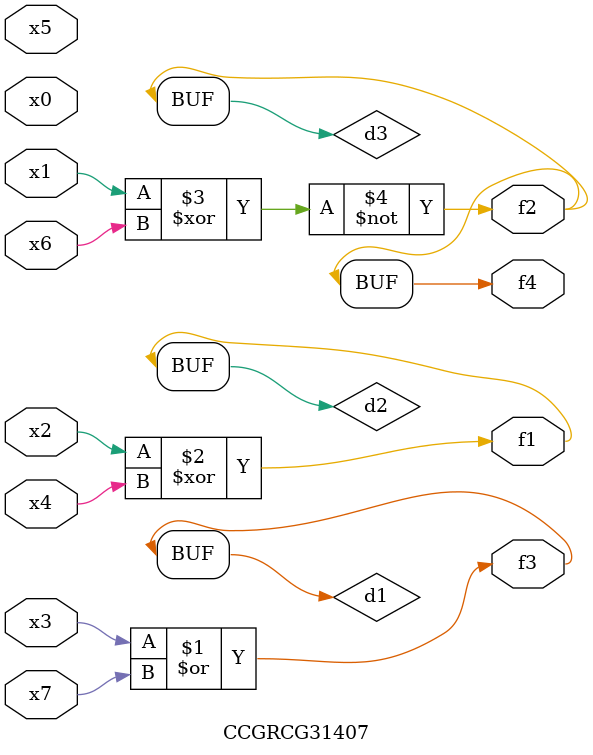
<source format=v>
module CCGRCG31407(
	input x0, x1, x2, x3, x4, x5, x6, x7,
	output f1, f2, f3, f4
);

	wire d1, d2, d3;

	or (d1, x3, x7);
	xor (d2, x2, x4);
	xnor (d3, x1, x6);
	assign f1 = d2;
	assign f2 = d3;
	assign f3 = d1;
	assign f4 = d3;
endmodule

</source>
